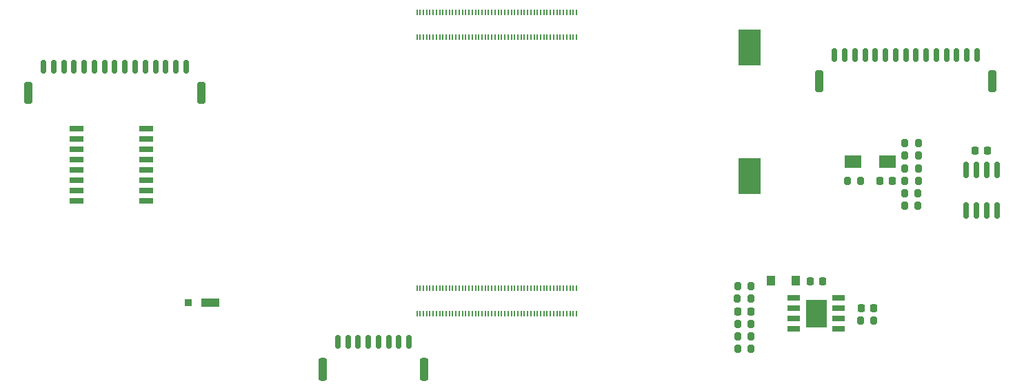
<source format=gtp>
G04 #@! TF.GenerationSoftware,KiCad,Pcbnew,8.0.0-rc1*
G04 #@! TF.CreationDate,2024-01-27T15:59:42+03:00*
G04 #@! TF.ProjectId,RP2040_minimal,52503230-3430-45f6-9d69-6e696d616c2e,REV1*
G04 #@! TF.SameCoordinates,Original*
G04 #@! TF.FileFunction,Paste,Top*
G04 #@! TF.FilePolarity,Positive*
%FSLAX46Y46*%
G04 Gerber Fmt 4.6, Leading zero omitted, Abs format (unit mm)*
G04 Created by KiCad (PCBNEW 8.0.0-rc1) date 2024-01-27 15:59:42*
%MOMM*%
%LPD*%
G01*
G04 APERTURE LIST*
G04 Aperture macros list*
%AMRoundRect*
0 Rectangle with rounded corners*
0 $1 Rounding radius*
0 $2 $3 $4 $5 $6 $7 $8 $9 X,Y pos of 4 corners*
0 Add a 4 corners polygon primitive as box body*
4,1,4,$2,$3,$4,$5,$6,$7,$8,$9,$2,$3,0*
0 Add four circle primitives for the rounded corners*
1,1,$1+$1,$2,$3*
1,1,$1+$1,$4,$5*
1,1,$1+$1,$6,$7*
1,1,$1+$1,$8,$9*
0 Add four rect primitives between the rounded corners*
20,1,$1+$1,$2,$3,$4,$5,0*
20,1,$1+$1,$4,$5,$6,$7,0*
20,1,$1+$1,$6,$7,$8,$9,0*
20,1,$1+$1,$8,$9,$2,$3,0*%
G04 Aperture macros list end*
%ADD10RoundRect,0.150000X-0.150000X0.825000X-0.150000X-0.825000X0.150000X-0.825000X0.150000X0.825000X0*%
%ADD11RoundRect,0.200000X-0.200000X-0.275000X0.200000X-0.275000X0.200000X0.275000X-0.200000X0.275000X0*%
%ADD12R,2.120000X1.500000*%
%ADD13RoundRect,0.200000X0.200000X0.275000X-0.200000X0.275000X-0.200000X-0.275000X0.200000X-0.275000X0*%
%ADD14R,1.670000X0.760000*%
%ADD15RoundRect,0.225000X0.225000X0.250000X-0.225000X0.250000X-0.225000X-0.250000X0.225000X-0.250000X0*%
%ADD16RoundRect,0.225000X-0.225000X-0.250000X0.225000X-0.250000X0.225000X0.250000X-0.225000X0.250000X0*%
%ADD17R,1.120000X1.220000*%
%ADD18R,1.525000X0.700000*%
%ADD19R,2.560000X3.450000*%
%ADD20R,0.200000X0.700000*%
%ADD21R,2.170000X1.120000*%
%ADD22R,0.850000X0.850000*%
%ADD23RoundRect,0.150000X0.150000X0.700000X-0.150000X0.700000X-0.150000X-0.700000X0.150000X-0.700000X0*%
%ADD24RoundRect,0.250000X0.250000X1.150000X-0.250000X1.150000X-0.250000X-1.150000X0.250000X-1.150000X0*%
%ADD25RoundRect,0.150000X-0.150000X-0.700000X0.150000X-0.700000X0.150000X0.700000X-0.150000X0.700000X0*%
%ADD26RoundRect,0.250000X-0.250000X-1.100000X0.250000X-1.100000X0.250000X1.100000X-0.250000X1.100000X0*%
%ADD27R,2.800000X4.400000*%
G04 APERTURE END LIST*
D10*
X232522500Y-106596000D03*
X231252500Y-106596000D03*
X229982500Y-106596000D03*
X228712500Y-106596000D03*
X228712500Y-111546000D03*
X229982500Y-111546000D03*
X231252500Y-111546000D03*
X232522500Y-111546000D03*
D11*
X221152500Y-104806000D03*
X222802500Y-104806000D03*
D12*
X214797500Y-105556000D03*
X219027500Y-105556000D03*
D13*
X202257500Y-122386000D03*
X200607500Y-122386000D03*
D14*
X128002500Y-110384200D03*
X128002500Y-109114200D03*
X128002500Y-107844200D03*
X128002500Y-106574200D03*
X128002500Y-105304200D03*
X128002500Y-104034200D03*
X128002500Y-102764200D03*
X128002500Y-101494200D03*
X119472500Y-101494200D03*
X119472500Y-102764200D03*
X119472500Y-104034200D03*
X119472500Y-105304200D03*
X119472500Y-106574200D03*
X119472500Y-107844200D03*
X119472500Y-109114200D03*
X119472500Y-110384200D03*
D13*
X202272500Y-128556000D03*
X200622500Y-128556000D03*
X202287500Y-127036000D03*
X200637500Y-127036000D03*
D15*
X217327500Y-123566000D03*
X215777500Y-123566000D03*
D13*
X222802500Y-103236000D03*
X221152500Y-103236000D03*
D15*
X219642500Y-107946000D03*
X218092500Y-107946000D03*
D16*
X209517500Y-120286000D03*
X211067500Y-120286000D03*
D17*
X207802500Y-120196000D03*
X204702500Y-120196000D03*
D11*
X221142500Y-107896000D03*
X222792500Y-107896000D03*
D16*
X200672500Y-123956000D03*
X202222500Y-123956000D03*
D18*
X207550500Y-122341000D03*
X207550500Y-123611000D03*
X207550500Y-124881000D03*
X207550500Y-126151000D03*
X212974500Y-126151000D03*
X212974500Y-124881000D03*
X212974500Y-123611000D03*
X212974500Y-122341000D03*
D19*
X210262500Y-124246000D03*
D11*
X221157500Y-106366000D03*
X222807500Y-106366000D03*
D20*
X161240000Y-124240000D03*
X161240000Y-121160000D03*
X161640000Y-124240000D03*
X161640000Y-121160000D03*
X162040000Y-124240000D03*
X162040000Y-121160000D03*
X162440000Y-124240000D03*
X162440000Y-121160000D03*
X162840000Y-124240000D03*
X162840000Y-121160000D03*
X163240000Y-124240000D03*
X163240000Y-121160000D03*
X163640000Y-124240000D03*
X163640000Y-121160000D03*
X164040000Y-124240000D03*
X164040000Y-121160000D03*
X164440000Y-124240000D03*
X164440000Y-121160000D03*
X164840000Y-124240000D03*
X164840000Y-121160000D03*
X165240000Y-124240000D03*
X165240000Y-121160000D03*
X165640000Y-124240000D03*
X165640000Y-121160000D03*
X166040000Y-124240000D03*
X166040000Y-121160000D03*
X166440000Y-124240000D03*
X166440000Y-121160000D03*
X166840000Y-124240000D03*
X166840000Y-121160000D03*
X167240000Y-124240000D03*
X167240000Y-121160000D03*
X167640000Y-124240000D03*
X167640000Y-121160000D03*
X168040000Y-124240000D03*
X168040000Y-121160000D03*
X168440000Y-124240000D03*
X168440000Y-121160000D03*
X168840000Y-124240000D03*
X168840000Y-121160000D03*
X169240000Y-124240000D03*
X169240000Y-121160000D03*
X169640000Y-124240000D03*
X169640000Y-121160000D03*
X170040000Y-124240000D03*
X170040000Y-121160000D03*
X170440000Y-124240000D03*
X170440000Y-121160000D03*
X170840000Y-124240000D03*
X170840000Y-121160000D03*
X171240000Y-124240000D03*
X171240000Y-121160000D03*
X171640000Y-124240000D03*
X171640000Y-121160000D03*
X172040000Y-124240000D03*
X172040000Y-121160000D03*
X172440000Y-124240000D03*
X172440000Y-121160000D03*
X172840000Y-124240000D03*
X172840000Y-121160000D03*
X173240000Y-124240000D03*
X173240000Y-121160000D03*
X173640000Y-124240000D03*
X173640000Y-121160000D03*
X174040000Y-124240000D03*
X174040000Y-121160000D03*
X174440000Y-124240000D03*
X174440000Y-121160000D03*
X174840000Y-124240000D03*
X174840000Y-121160000D03*
X175240000Y-124240000D03*
X175240000Y-121160000D03*
X175640000Y-124240000D03*
X175640000Y-121160000D03*
X176040000Y-124240000D03*
X176040000Y-121160000D03*
X176440000Y-124240000D03*
X176440000Y-121160000D03*
X176840000Y-124240000D03*
X176840000Y-121160000D03*
X177240000Y-124240000D03*
X177240000Y-121160000D03*
X177640000Y-124240000D03*
X177640000Y-121160000D03*
X178040000Y-124240000D03*
X178040000Y-121160000D03*
X178440000Y-124240000D03*
X178440000Y-121160000D03*
X178840000Y-124240000D03*
X178840000Y-121160000D03*
X179240000Y-124240000D03*
X179240000Y-121160000D03*
X179640000Y-124240000D03*
X179640000Y-121160000D03*
X180040000Y-124240000D03*
X180040000Y-121160000D03*
X180440000Y-124240000D03*
X180440000Y-121160000D03*
X180840000Y-124240000D03*
X180840000Y-121160000D03*
D13*
X222757500Y-110956000D03*
X221107500Y-110956000D03*
X222767500Y-109426000D03*
X221117500Y-109426000D03*
D21*
X135872500Y-122866000D03*
D22*
X133192500Y-122866000D03*
D23*
X160282500Y-127756000D03*
X159032500Y-127756000D03*
X157782500Y-127756000D03*
X156532500Y-127756000D03*
X155282500Y-127756000D03*
X154032500Y-127756000D03*
X152782500Y-127756000D03*
X151532500Y-127756000D03*
D24*
X162132500Y-131106000D03*
X149682500Y-131106000D03*
D15*
X231297500Y-104146000D03*
X229747500Y-104146000D03*
D25*
X115402500Y-93846000D03*
X116652500Y-93846000D03*
X117902500Y-93846000D03*
X119152500Y-93846000D03*
X120402500Y-93846000D03*
X121652500Y-93846000D03*
X122902500Y-93846000D03*
X124152500Y-93846000D03*
X125402500Y-93846000D03*
X126652500Y-93846000D03*
X127902500Y-93846000D03*
X129152500Y-93846000D03*
D26*
X113552500Y-97046000D03*
D25*
X130402500Y-93846000D03*
D26*
X134752500Y-97046000D03*
D25*
X131652500Y-93846000D03*
X132902500Y-93846000D03*
X212522500Y-92426000D03*
X213772500Y-92426000D03*
X215022500Y-92426000D03*
X216272500Y-92426000D03*
X217522500Y-92426000D03*
X218772500Y-92426000D03*
X220022500Y-92426000D03*
X221272500Y-92426000D03*
X222522500Y-92426000D03*
X223772500Y-92426000D03*
X225022500Y-92426000D03*
X226272500Y-92426000D03*
D26*
X210672500Y-95626000D03*
D25*
X227522500Y-92426000D03*
D26*
X231872500Y-95626000D03*
D25*
X228772500Y-92426000D03*
X230022500Y-92426000D03*
D20*
X161240000Y-90240000D03*
X161240000Y-87160000D03*
X161640000Y-90240000D03*
X161640000Y-87160000D03*
X162040000Y-90240000D03*
X162040000Y-87160000D03*
X162440000Y-90240000D03*
X162440000Y-87160000D03*
X162840000Y-90240000D03*
X162840000Y-87160000D03*
X163240000Y-90240000D03*
X163240000Y-87160000D03*
X163640000Y-90240000D03*
X163640000Y-87160000D03*
X164040000Y-90240000D03*
X164040000Y-87160000D03*
X164440000Y-90240000D03*
X164440000Y-87160000D03*
X164840000Y-90240000D03*
X164840000Y-87160000D03*
X165240000Y-90240000D03*
X165240000Y-87160000D03*
X165640000Y-90240000D03*
X165640000Y-87160000D03*
X166040000Y-90240000D03*
X166040000Y-87160000D03*
X166440000Y-90240000D03*
X166440000Y-87160000D03*
X166840000Y-90240000D03*
X166840000Y-87160000D03*
X167240000Y-90240000D03*
X167240000Y-87160000D03*
X167640000Y-90240000D03*
X167640000Y-87160000D03*
X168040000Y-90240000D03*
X168040000Y-87160000D03*
X168440000Y-90240000D03*
X168440000Y-87160000D03*
X168840000Y-90240000D03*
X168840000Y-87160000D03*
X169240000Y-90240000D03*
X169240000Y-87160000D03*
X169640000Y-90240000D03*
X169640000Y-87160000D03*
X170040000Y-90240000D03*
X170040000Y-87160000D03*
X170440000Y-90240000D03*
X170440000Y-87160000D03*
X170840000Y-90240000D03*
X170840000Y-87160000D03*
X171240000Y-90240000D03*
X171240000Y-87160000D03*
X171640000Y-90240000D03*
X171640000Y-87160000D03*
X172040000Y-90240000D03*
X172040000Y-87160000D03*
X172440000Y-90240000D03*
X172440000Y-87160000D03*
X172840000Y-90240000D03*
X172840000Y-87160000D03*
X173240000Y-90240000D03*
X173240000Y-87160000D03*
X173640000Y-90240000D03*
X173640000Y-87160000D03*
X174040000Y-90240000D03*
X174040000Y-87160000D03*
X174440000Y-90240000D03*
X174440000Y-87160000D03*
X174840000Y-90240000D03*
X174840000Y-87160000D03*
X175240000Y-90240000D03*
X175240000Y-87160000D03*
X175640000Y-90240000D03*
X175640000Y-87160000D03*
X176040000Y-90240000D03*
X176040000Y-87160000D03*
X176440000Y-90240000D03*
X176440000Y-87160000D03*
X176840000Y-90240000D03*
X176840000Y-87160000D03*
X177240000Y-90240000D03*
X177240000Y-87160000D03*
X177640000Y-90240000D03*
X177640000Y-87160000D03*
X178040000Y-90240000D03*
X178040000Y-87160000D03*
X178440000Y-90240000D03*
X178440000Y-87160000D03*
X178840000Y-90240000D03*
X178840000Y-87160000D03*
X179240000Y-90240000D03*
X179240000Y-87160000D03*
X179640000Y-90240000D03*
X179640000Y-87160000D03*
X180040000Y-90240000D03*
X180040000Y-87160000D03*
X180440000Y-90240000D03*
X180440000Y-87160000D03*
X180840000Y-90240000D03*
X180840000Y-87160000D03*
D11*
X200637500Y-125496000D03*
X202287500Y-125496000D03*
D13*
X202277500Y-120846000D03*
X200627500Y-120846000D03*
X215722500Y-107946000D03*
X214072500Y-107946000D03*
D27*
X202102500Y-107356000D03*
X202102500Y-91506000D03*
D11*
X215697500Y-125106000D03*
X217347500Y-125106000D03*
M02*

</source>
